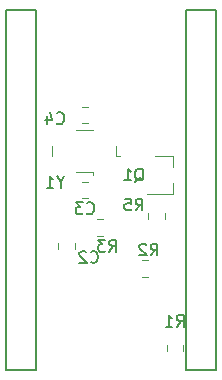
<source format=gbr>
G04 #@! TF.GenerationSoftware,KiCad,Pcbnew,(5.0.0)*
G04 #@! TF.CreationDate,2018-10-07T23:11:39+02:00*
G04 #@! TF.ProjectId,bosch_kf4_pll,626F7363685F6B66345F706C6C2E6B69,rev?*
G04 #@! TF.SameCoordinates,Original*
G04 #@! TF.FileFunction,Legend,Bot*
G04 #@! TF.FilePolarity,Positive*
%FSLAX46Y46*%
G04 Gerber Fmt 4.6, Leading zero omitted, Abs format (unit mm)*
G04 Created by KiCad (PCBNEW (5.0.0)) date 10/07/18 23:11:39*
%MOMM*%
%LPD*%
G01*
G04 APERTURE LIST*
%ADD10C,0.120000*%
%ADD11C,0.150000*%
G04 APERTURE END LIST*
D10*
G04 #@! TO.C,R3*
X132656078Y-80085000D02*
X132138922Y-80085000D01*
X132656078Y-78665000D02*
X132138922Y-78665000D01*
G04 #@! TO.C,Y1*
X134072500Y-73305000D02*
X133772500Y-73305000D01*
X133772500Y-73305000D02*
X133772500Y-72505000D01*
X128372500Y-72505000D02*
X128372500Y-73305000D01*
X131772500Y-71105000D02*
X130372500Y-71105000D01*
X130372500Y-74705000D02*
X131772500Y-74705000D01*
X131772500Y-74705000D02*
X131772500Y-74945000D01*
G04 #@! TO.C,R2*
X135948922Y-83577500D02*
X136466078Y-83577500D01*
X135948922Y-82157500D02*
X136466078Y-82157500D01*
G04 #@! TO.C,C4*
X131386078Y-70560000D02*
X130868922Y-70560000D01*
X131386078Y-69140000D02*
X130868922Y-69140000D01*
G04 #@! TO.C,R5*
X136450000Y-78163922D02*
X136450000Y-78681078D01*
X137870000Y-78163922D02*
X137870000Y-78681078D01*
G04 #@! TO.C,Q1*
X138555000Y-73350000D02*
X138555000Y-74280000D01*
X138555000Y-76510000D02*
X138555000Y-75580000D01*
X138555000Y-76510000D02*
X136395000Y-76510000D01*
X138555000Y-73350000D02*
X137095000Y-73350000D01*
D11*
G04 #@! TO.C,J2*
X124460000Y-60960000D02*
X124460000Y-91440000D01*
X127000000Y-60960000D02*
X124460000Y-60960000D01*
X127000000Y-91440000D02*
X127000000Y-60960000D01*
X124460000Y-91440000D02*
X127000000Y-91440000D01*
X142240000Y-91440000D02*
X139700000Y-91440000D01*
X142240000Y-60960000D02*
X142240000Y-91440000D01*
X139700000Y-60960000D02*
X142240000Y-60960000D01*
X139700000Y-91440000D02*
X139700000Y-60960000D01*
D10*
G04 #@! TO.C,C2*
X128830000Y-80703922D02*
X128830000Y-81221078D01*
X130250000Y-80703922D02*
X130250000Y-81221078D01*
G04 #@! TO.C,C3*
X130883922Y-76910000D02*
X131401078Y-76910000D01*
X130883922Y-75490000D02*
X131401078Y-75490000D01*
G04 #@! TO.C,R1*
X138037500Y-89793578D02*
X138037500Y-89276422D01*
X139457500Y-89793578D02*
X139457500Y-89276422D01*
G04 #@! TO.C,R3*
D11*
X133199166Y-81414880D02*
X133532500Y-80938690D01*
X133770595Y-81414880D02*
X133770595Y-80414880D01*
X133389642Y-80414880D01*
X133294404Y-80462500D01*
X133246785Y-80510119D01*
X133199166Y-80605357D01*
X133199166Y-80748214D01*
X133246785Y-80843452D01*
X133294404Y-80891071D01*
X133389642Y-80938690D01*
X133770595Y-80938690D01*
X132865833Y-80414880D02*
X132246785Y-80414880D01*
X132580119Y-80795833D01*
X132437261Y-80795833D01*
X132342023Y-80843452D01*
X132294404Y-80891071D01*
X132246785Y-80986309D01*
X132246785Y-81224404D01*
X132294404Y-81319642D01*
X132342023Y-81367261D01*
X132437261Y-81414880D01*
X132722976Y-81414880D01*
X132818214Y-81367261D01*
X132865833Y-81319642D01*
G04 #@! TO.C,Y1*
X129063690Y-75541190D02*
X129063690Y-76017380D01*
X129397023Y-75017380D02*
X129063690Y-75541190D01*
X128730357Y-75017380D01*
X127873214Y-76017380D02*
X128444642Y-76017380D01*
X128158928Y-76017380D02*
X128158928Y-75017380D01*
X128254166Y-75160238D01*
X128349404Y-75255476D01*
X128444642Y-75303095D01*
G04 #@! TO.C,R2*
X136691666Y-81732380D02*
X137025000Y-81256190D01*
X137263095Y-81732380D02*
X137263095Y-80732380D01*
X136882142Y-80732380D01*
X136786904Y-80780000D01*
X136739285Y-80827619D01*
X136691666Y-80922857D01*
X136691666Y-81065714D01*
X136739285Y-81160952D01*
X136786904Y-81208571D01*
X136882142Y-81256190D01*
X137263095Y-81256190D01*
X136310714Y-80827619D02*
X136263095Y-80780000D01*
X136167857Y-80732380D01*
X135929761Y-80732380D01*
X135834523Y-80780000D01*
X135786904Y-80827619D01*
X135739285Y-80922857D01*
X135739285Y-81018095D01*
X135786904Y-81160952D01*
X136358333Y-81732380D01*
X135739285Y-81732380D01*
G04 #@! TO.C,C4*
X128754166Y-70524642D02*
X128801785Y-70572261D01*
X128944642Y-70619880D01*
X129039880Y-70619880D01*
X129182738Y-70572261D01*
X129277976Y-70477023D01*
X129325595Y-70381785D01*
X129373214Y-70191309D01*
X129373214Y-70048452D01*
X129325595Y-69857976D01*
X129277976Y-69762738D01*
X129182738Y-69667500D01*
X129039880Y-69619880D01*
X128944642Y-69619880D01*
X128801785Y-69667500D01*
X128754166Y-69715119D01*
X127897023Y-69953214D02*
X127897023Y-70619880D01*
X128135119Y-69572261D02*
X128373214Y-70286547D01*
X127754166Y-70286547D01*
G04 #@! TO.C,R5*
X135421666Y-77922380D02*
X135755000Y-77446190D01*
X135993095Y-77922380D02*
X135993095Y-76922380D01*
X135612142Y-76922380D01*
X135516904Y-76970000D01*
X135469285Y-77017619D01*
X135421666Y-77112857D01*
X135421666Y-77255714D01*
X135469285Y-77350952D01*
X135516904Y-77398571D01*
X135612142Y-77446190D01*
X135993095Y-77446190D01*
X134516904Y-76922380D02*
X134993095Y-76922380D01*
X135040714Y-77398571D01*
X134993095Y-77350952D01*
X134897857Y-77303333D01*
X134659761Y-77303333D01*
X134564523Y-77350952D01*
X134516904Y-77398571D01*
X134469285Y-77493809D01*
X134469285Y-77731904D01*
X134516904Y-77827142D01*
X134564523Y-77874761D01*
X134659761Y-77922380D01*
X134897857Y-77922380D01*
X134993095Y-77874761D01*
X135040714Y-77827142D01*
G04 #@! TO.C,Q1*
X135350238Y-75477619D02*
X135445476Y-75430000D01*
X135540714Y-75334761D01*
X135683571Y-75191904D01*
X135778809Y-75144285D01*
X135874047Y-75144285D01*
X135826428Y-75382380D02*
X135921666Y-75334761D01*
X136016904Y-75239523D01*
X136064523Y-75049047D01*
X136064523Y-74715714D01*
X136016904Y-74525238D01*
X135921666Y-74430000D01*
X135826428Y-74382380D01*
X135635952Y-74382380D01*
X135540714Y-74430000D01*
X135445476Y-74525238D01*
X135397857Y-74715714D01*
X135397857Y-75049047D01*
X135445476Y-75239523D01*
X135540714Y-75334761D01*
X135635952Y-75382380D01*
X135826428Y-75382380D01*
X134445476Y-75382380D02*
X135016904Y-75382380D01*
X134731190Y-75382380D02*
X134731190Y-74382380D01*
X134826428Y-74525238D01*
X134921666Y-74620476D01*
X135016904Y-74668095D01*
G04 #@! TO.C,C2*
X131611666Y-82272142D02*
X131659285Y-82319761D01*
X131802142Y-82367380D01*
X131897380Y-82367380D01*
X132040238Y-82319761D01*
X132135476Y-82224523D01*
X132183095Y-82129285D01*
X132230714Y-81938809D01*
X132230714Y-81795952D01*
X132183095Y-81605476D01*
X132135476Y-81510238D01*
X132040238Y-81415000D01*
X131897380Y-81367380D01*
X131802142Y-81367380D01*
X131659285Y-81415000D01*
X131611666Y-81462619D01*
X131230714Y-81462619D02*
X131183095Y-81415000D01*
X131087857Y-81367380D01*
X130849761Y-81367380D01*
X130754523Y-81415000D01*
X130706904Y-81462619D01*
X130659285Y-81557857D01*
X130659285Y-81653095D01*
X130706904Y-81795952D01*
X131278333Y-82367380D01*
X130659285Y-82367380D01*
G04 #@! TO.C,C3*
X131294166Y-78144642D02*
X131341785Y-78192261D01*
X131484642Y-78239880D01*
X131579880Y-78239880D01*
X131722738Y-78192261D01*
X131817976Y-78097023D01*
X131865595Y-78001785D01*
X131913214Y-77811309D01*
X131913214Y-77668452D01*
X131865595Y-77477976D01*
X131817976Y-77382738D01*
X131722738Y-77287500D01*
X131579880Y-77239880D01*
X131484642Y-77239880D01*
X131341785Y-77287500D01*
X131294166Y-77335119D01*
X130960833Y-77239880D02*
X130341785Y-77239880D01*
X130675119Y-77620833D01*
X130532261Y-77620833D01*
X130437023Y-77668452D01*
X130389404Y-77716071D01*
X130341785Y-77811309D01*
X130341785Y-78049404D01*
X130389404Y-78144642D01*
X130437023Y-78192261D01*
X130532261Y-78239880D01*
X130817976Y-78239880D01*
X130913214Y-78192261D01*
X130960833Y-78144642D01*
G04 #@! TO.C,R1*
X138914166Y-87764880D02*
X139247500Y-87288690D01*
X139485595Y-87764880D02*
X139485595Y-86764880D01*
X139104642Y-86764880D01*
X139009404Y-86812500D01*
X138961785Y-86860119D01*
X138914166Y-86955357D01*
X138914166Y-87098214D01*
X138961785Y-87193452D01*
X139009404Y-87241071D01*
X139104642Y-87288690D01*
X139485595Y-87288690D01*
X137961785Y-87764880D02*
X138533214Y-87764880D01*
X138247500Y-87764880D02*
X138247500Y-86764880D01*
X138342738Y-86907738D01*
X138437976Y-87002976D01*
X138533214Y-87050595D01*
G04 #@! TD*
M02*

</source>
